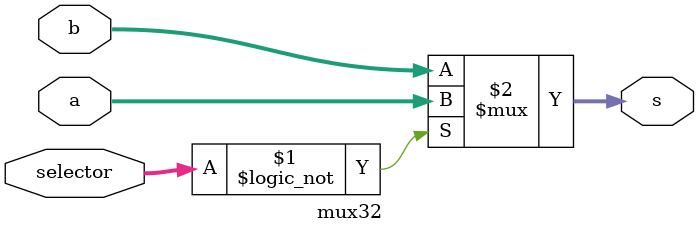
<source format=v>
module mux32 (
	input [31:0] a,
	input [31:0] b,
	input [1:0] selector,
	output [31:0] s
);

assign s = (selector == 1'b0) ? a : b;

endmodule
</source>
